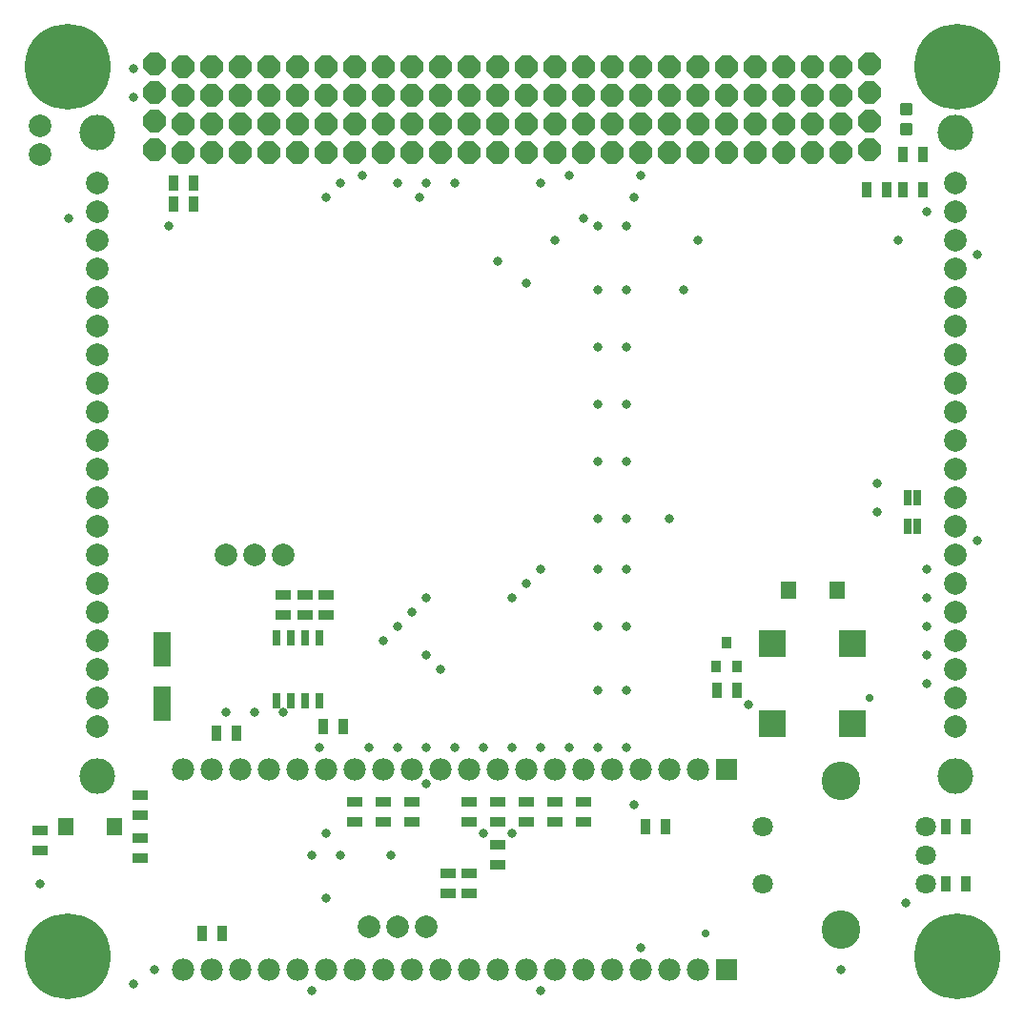
<source format=gts>
G04 EAGLE Gerber RS-274X export*
G75*
%MOMM*%
%FSLAX34Y34*%
%LPD*%
%INSoldermask Top*%
%IPPOS*%
%AMOC8*
5,1,8,0,0,1.08239X$1,22.5*%
G01*
%ADD10C,3.175000*%
%ADD11R,1.327000X0.927000*%
%ADD12R,0.927000X1.327000*%
%ADD13R,1.397000X1.597000*%
%ADD14C,1.987400*%
%ADD15R,1.987400X1.987400*%
%ADD16C,2.006600*%
%ADD17P,2.171924X8X22.500000*%
%ADD18C,7.627000*%
%ADD19R,0.727000X1.327000*%
%ADD20R,1.527000X3.127000*%
%ADD21C,0.428259*%
%ADD22C,1.803400*%
%ADD23C,3.429000*%
%ADD24R,0.762000X1.397000*%
%ADD25R,0.927000X1.027000*%
%ADD26R,2.427000X2.427000*%
%ADD27C,0.831000*%
%ADD28C,0.731000*%


D10*
X76200Y209550D03*
X76200Y781050D03*
X838200Y781050D03*
X838200Y209550D03*
D11*
X114300Y175150D03*
X114300Y193150D03*
X114300Y155050D03*
X114300Y137050D03*
D12*
X199500Y247650D03*
X181500Y247650D03*
X276750Y254000D03*
X294750Y254000D03*
D13*
X48350Y165100D03*
X91350Y165100D03*
D14*
X406400Y38100D03*
X381000Y38100D03*
X431800Y38100D03*
X457200Y38100D03*
X482600Y38100D03*
X508000Y38100D03*
X533400Y38100D03*
X558800Y38100D03*
X584200Y38100D03*
X609600Y38100D03*
D15*
X635000Y38100D03*
D14*
X355600Y38100D03*
X330200Y38100D03*
X304800Y38100D03*
X279400Y38100D03*
X254000Y38100D03*
X228600Y38100D03*
X203200Y38100D03*
X177800Y38100D03*
X152400Y38100D03*
X406400Y215900D03*
X381000Y215900D03*
X431800Y215900D03*
X457200Y215900D03*
X482600Y215900D03*
X508000Y215900D03*
X533400Y215900D03*
X558800Y215900D03*
X584200Y215900D03*
X609600Y215900D03*
D15*
X635000Y215900D03*
D14*
X355600Y215900D03*
X330200Y215900D03*
X304800Y215900D03*
X279400Y215900D03*
X254000Y215900D03*
X228600Y215900D03*
X203200Y215900D03*
X177800Y215900D03*
X152400Y215900D03*
D16*
X368300Y76200D03*
X342900Y76200D03*
X317500Y76200D03*
X241300Y406400D03*
X215900Y406400D03*
X190500Y406400D03*
D12*
X186800Y69850D03*
X168800Y69850D03*
D11*
X482600Y186800D03*
X482600Y168800D03*
X431800Y186800D03*
X431800Y168800D03*
X457200Y186800D03*
X457200Y168800D03*
X406400Y186800D03*
X406400Y168800D03*
X304800Y186800D03*
X304800Y168800D03*
X330200Y186800D03*
X330200Y168800D03*
X508000Y186800D03*
X508000Y168800D03*
X431800Y130700D03*
X431800Y148700D03*
X241300Y370950D03*
X241300Y352950D03*
X260350Y370950D03*
X260350Y352950D03*
X279400Y370950D03*
X279400Y352950D03*
X387350Y123300D03*
X387350Y105300D03*
X406400Y123300D03*
X406400Y105300D03*
D12*
X161400Y736600D03*
X143400Y736600D03*
X161400Y717550D03*
X143400Y717550D03*
D11*
X355600Y168800D03*
X355600Y186800D03*
D17*
X127000Y765840D03*
X127000Y791240D03*
X127000Y816640D03*
X127000Y842040D03*
X152400Y763300D03*
X152400Y788700D03*
X152400Y814100D03*
X152400Y839500D03*
X177800Y763300D03*
X177800Y788700D03*
X177800Y814100D03*
X177800Y839500D03*
X203200Y763300D03*
X203200Y788700D03*
X203200Y814100D03*
X203200Y839500D03*
X228600Y763300D03*
X228600Y788700D03*
X228600Y814100D03*
X228600Y839500D03*
X254000Y763300D03*
X254000Y788700D03*
X254000Y814100D03*
X254000Y839500D03*
X279400Y763300D03*
X279400Y788700D03*
X279400Y814100D03*
X279400Y839500D03*
X304800Y763300D03*
X304800Y788700D03*
X304800Y814100D03*
X304800Y839500D03*
X330200Y763300D03*
X330200Y788700D03*
X330200Y814100D03*
X330200Y839500D03*
X355600Y763300D03*
X355600Y788700D03*
X355600Y814100D03*
X355600Y839500D03*
X381000Y763300D03*
X381000Y788700D03*
X381000Y814100D03*
X381000Y839500D03*
X406400Y763300D03*
X406400Y788700D03*
X406400Y814100D03*
X406400Y839500D03*
X431800Y763300D03*
X431800Y788700D03*
X431800Y814100D03*
X431800Y839500D03*
X457200Y763300D03*
X457200Y788700D03*
X457200Y814100D03*
X457200Y839500D03*
X482600Y763300D03*
X482600Y788700D03*
X482600Y814100D03*
X482600Y839500D03*
X508000Y763300D03*
X508000Y788700D03*
X508000Y814100D03*
X508000Y839500D03*
X533400Y763300D03*
X533400Y788700D03*
X533400Y814100D03*
X533400Y839500D03*
X558800Y763300D03*
X558800Y788700D03*
X558800Y814100D03*
X558800Y839500D03*
X584200Y763300D03*
X584200Y788700D03*
X584200Y814100D03*
X584200Y839500D03*
X609600Y763300D03*
X609600Y788700D03*
X609600Y814100D03*
X609600Y839500D03*
X635000Y763300D03*
X635000Y788700D03*
X635000Y814100D03*
X635000Y839500D03*
X660400Y763300D03*
X660400Y788700D03*
X660400Y814100D03*
X660400Y839500D03*
X685800Y763300D03*
X685800Y788700D03*
X685800Y814100D03*
X685800Y839500D03*
X711200Y763300D03*
X711200Y788700D03*
X711200Y814100D03*
X711200Y839500D03*
X736600Y763300D03*
X736600Y788700D03*
X736600Y814100D03*
X736600Y839500D03*
X762000Y765840D03*
X762000Y791240D03*
X762000Y816640D03*
X762000Y842040D03*
D18*
X49500Y839500D03*
X49500Y49500D03*
X839500Y49500D03*
X839500Y839500D03*
D19*
X273050Y332800D03*
X260350Y332800D03*
X247650Y332800D03*
X234950Y332800D03*
X234950Y276800D03*
X247650Y276800D03*
X260350Y276800D03*
X273050Y276800D03*
D12*
X777350Y730250D03*
X759350Y730250D03*
X809100Y730250D03*
X791100Y730250D03*
D16*
X25400Y787400D03*
X25400Y762000D03*
D11*
X25400Y161400D03*
X25400Y143400D03*
D20*
X133350Y274450D03*
X133350Y322450D03*
D21*
X790256Y788474D02*
X797244Y788474D01*
X797244Y781486D01*
X790256Y781486D01*
X790256Y788474D01*
X790256Y785555D02*
X797244Y785555D01*
X797244Y806014D02*
X790256Y806014D01*
X797244Y806014D02*
X797244Y799026D01*
X790256Y799026D01*
X790256Y806014D01*
X790256Y803095D02*
X797244Y803095D01*
D12*
X809100Y762000D03*
X791100Y762000D03*
D22*
X811530Y139700D03*
X666750Y165100D03*
D23*
X736600Y205740D03*
X736600Y73660D03*
D22*
X666750Y114300D03*
X811530Y165100D03*
X811530Y114300D03*
D12*
X829200Y165100D03*
X847200Y165100D03*
X580500Y165100D03*
X562500Y165100D03*
X829200Y114300D03*
X847200Y114300D03*
D24*
X796036Y457200D03*
X804164Y457200D03*
X796036Y431800D03*
X804164Y431800D03*
D16*
X838200Y254000D03*
X838200Y279400D03*
X838200Y304800D03*
X838200Y330200D03*
X838200Y355600D03*
X838200Y381000D03*
X838200Y406400D03*
X838200Y431800D03*
X838200Y457200D03*
X838200Y482600D03*
X838200Y508000D03*
X838200Y533400D03*
X838200Y558800D03*
X838200Y584200D03*
X838200Y609600D03*
X838200Y635000D03*
X838200Y660400D03*
X838200Y685800D03*
X838200Y711200D03*
X838200Y736600D03*
X76200Y254000D03*
X76200Y279400D03*
X76200Y304800D03*
X76200Y330200D03*
X76200Y355600D03*
X76200Y381000D03*
X76200Y406400D03*
X76200Y431800D03*
X76200Y457200D03*
X76200Y482600D03*
X76200Y508000D03*
X76200Y533400D03*
X76200Y558800D03*
X76200Y584200D03*
X76200Y609600D03*
X76200Y635000D03*
X76200Y660400D03*
X76200Y685800D03*
X76200Y711200D03*
X76200Y736600D03*
D13*
X689700Y374650D03*
X732700Y374650D03*
D25*
X625500Y307500D03*
X644500Y307500D03*
X635000Y328500D03*
D12*
X644000Y285750D03*
X626000Y285750D03*
D26*
X746700Y327600D03*
X746700Y256600D03*
X675700Y256600D03*
X675700Y327600D03*
D27*
X139700Y698500D03*
X190500Y266700D03*
X279400Y158750D03*
X317500Y234950D03*
X342900Y234950D03*
X368300Y234950D03*
X393700Y234950D03*
X342900Y736600D03*
X368300Y736600D03*
X393700Y736600D03*
X279400Y723900D03*
X292100Y736600D03*
X311150Y742950D03*
X812800Y711200D03*
X419100Y234950D03*
X444500Y234950D03*
X469900Y234950D03*
X495300Y234950D03*
X520700Y234950D03*
X546100Y234950D03*
X469900Y736600D03*
X495300Y742950D03*
X520700Y285750D03*
X520700Y342900D03*
X520700Y393700D03*
X520700Y438150D03*
X520700Y488950D03*
X520700Y539750D03*
X520700Y590550D03*
X520700Y641350D03*
X520700Y698500D03*
X546100Y698500D03*
X546100Y641350D03*
X546100Y590550D03*
X546100Y539750D03*
X546100Y488950D03*
X546100Y438150D03*
X546100Y393700D03*
X546100Y342900D03*
X546100Y285750D03*
X266700Y19050D03*
X107950Y25400D03*
X469900Y19050D03*
X558800Y742950D03*
X584200Y438150D03*
X596900Y641350D03*
X768350Y444500D03*
X215900Y266700D03*
X241300Y266700D03*
X273050Y234950D03*
X107950Y838200D03*
X107950Y812800D03*
X127000Y38100D03*
X25400Y114300D03*
X50800Y704850D03*
X368300Y203200D03*
X342900Y342900D03*
X368300Y317500D03*
X368300Y368300D03*
X444500Y368300D03*
X469900Y393700D03*
X812800Y342900D03*
X812800Y368300D03*
X812800Y317500D03*
X812800Y292100D03*
X812800Y393700D03*
X768350Y469900D03*
X419100Y158750D03*
X444500Y158750D03*
X558800Y57150D03*
X787400Y685800D03*
X552450Y723900D03*
X736600Y38100D03*
X279400Y101600D03*
X857250Y673100D03*
X857250Y419100D03*
X654050Y273050D03*
X381000Y304800D03*
X361950Y723900D03*
X355600Y355600D03*
X508000Y704850D03*
X266700Y139700D03*
X292100Y139700D03*
X330200Y330200D03*
X457200Y647700D03*
X457200Y381000D03*
X482600Y685800D03*
X609600Y685800D03*
X431800Y666750D03*
X552450Y184150D03*
D28*
X762000Y279400D03*
D27*
X336550Y139700D03*
X793750Y97282D03*
D28*
X615950Y69850D03*
M02*

</source>
